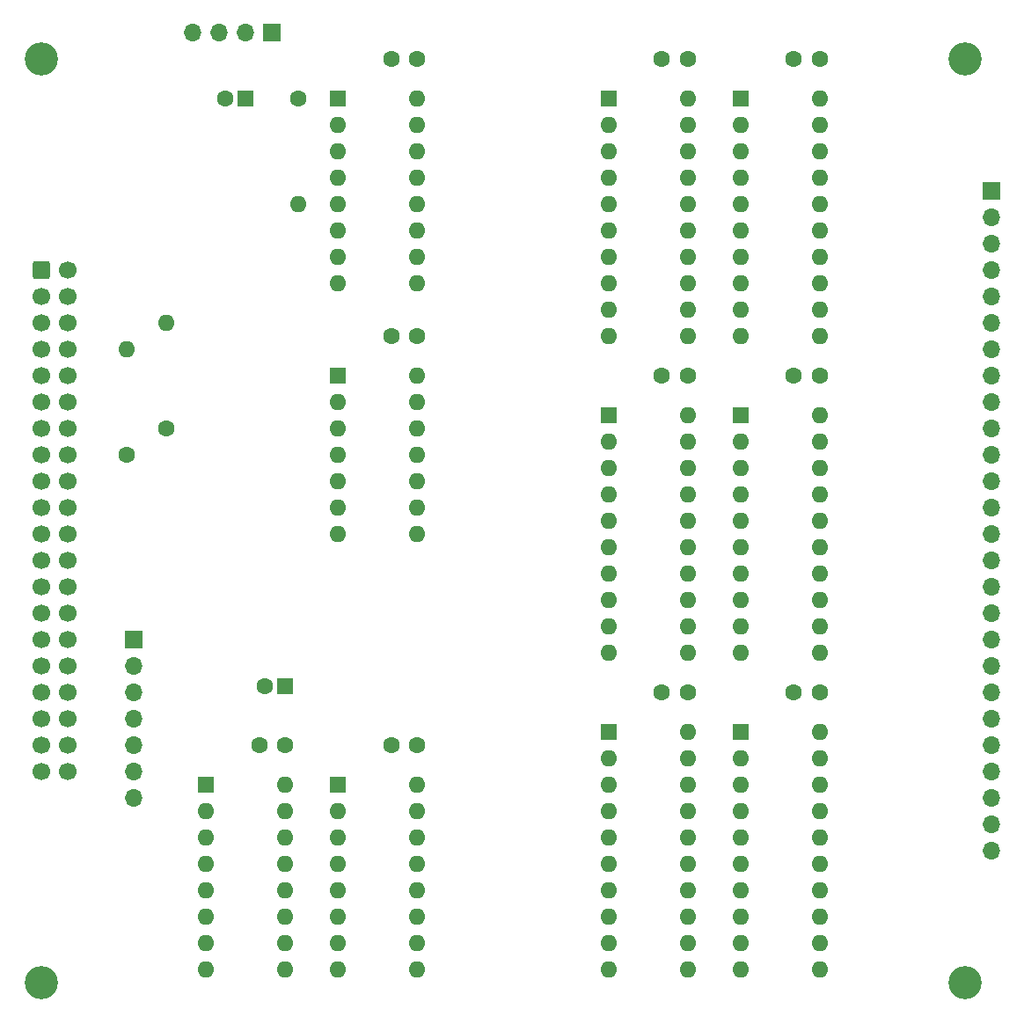
<source format=gts>
G04 #@! TF.GenerationSoftware,KiCad,Pcbnew,(7.0.0)*
G04 #@! TF.CreationDate,2023-07-06T21:55:15+02:00*
G04 #@! TF.ProjectId,cdp-io,6364702d-696f-42e6-9b69-6361645f7063,1*
G04 #@! TF.SameCoordinates,Original*
G04 #@! TF.FileFunction,Soldermask,Top*
G04 #@! TF.FilePolarity,Negative*
%FSLAX46Y46*%
G04 Gerber Fmt 4.6, Leading zero omitted, Abs format (unit mm)*
G04 Created by KiCad (PCBNEW (7.0.0)) date 2023-07-06 21:55:15*
%MOMM*%
%LPD*%
G01*
G04 APERTURE LIST*
G04 Aperture macros list*
%AMRoundRect*
0 Rectangle with rounded corners*
0 $1 Rounding radius*
0 $2 $3 $4 $5 $6 $7 $8 $9 X,Y pos of 4 corners*
0 Add a 4 corners polygon primitive as box body*
4,1,4,$2,$3,$4,$5,$6,$7,$8,$9,$2,$3,0*
0 Add four circle primitives for the rounded corners*
1,1,$1+$1,$2,$3*
1,1,$1+$1,$4,$5*
1,1,$1+$1,$6,$7*
1,1,$1+$1,$8,$9*
0 Add four rect primitives between the rounded corners*
20,1,$1+$1,$2,$3,$4,$5,0*
20,1,$1+$1,$4,$5,$6,$7,0*
20,1,$1+$1,$6,$7,$8,$9,0*
20,1,$1+$1,$8,$9,$2,$3,0*%
G04 Aperture macros list end*
%ADD10C,1.600000*%
%ADD11C,3.200000*%
%ADD12R,1.600000X1.600000*%
%ADD13O,1.600000X1.600000*%
%ADD14R,1.700000X1.700000*%
%ADD15O,1.700000X1.700000*%
%ADD16RoundRect,0.250000X-0.600000X-0.600000X0.600000X-0.600000X0.600000X0.600000X-0.600000X0.600000X0*%
%ADD17C,1.700000*%
G04 APERTURE END LIST*
D10*
X141097000Y-47244000D03*
X138597000Y-47244000D03*
D11*
X104902000Y-136144000D03*
D12*
X172211999Y-51053999D03*
D13*
X172211999Y-53593999D03*
X172211999Y-56133999D03*
X172211999Y-58673999D03*
X172211999Y-61213999D03*
X172211999Y-63753999D03*
X172211999Y-66293999D03*
X172211999Y-68833999D03*
X172211999Y-71373999D03*
X172211999Y-73913999D03*
X179831999Y-73913999D03*
X179831999Y-71373999D03*
X179831999Y-68833999D03*
X179831999Y-66293999D03*
X179831999Y-63753999D03*
X179831999Y-61213999D03*
X179831999Y-58673999D03*
X179831999Y-56133999D03*
X179831999Y-53593999D03*
X179831999Y-51053999D03*
D14*
X113791999Y-103123999D03*
D15*
X113791999Y-105663999D03*
X113791999Y-108203999D03*
X113791999Y-110743999D03*
X113791999Y-113283999D03*
X113791999Y-115823999D03*
X113791999Y-118363999D03*
D12*
X159511999Y-51053999D03*
D13*
X159511999Y-53593999D03*
X159511999Y-56133999D03*
X159511999Y-58673999D03*
X159511999Y-61213999D03*
X159511999Y-63753999D03*
X159511999Y-66293999D03*
X159511999Y-68833999D03*
X159511999Y-71373999D03*
X159511999Y-73913999D03*
X167131999Y-73913999D03*
X167131999Y-71373999D03*
X167131999Y-68833999D03*
X167131999Y-66293999D03*
X167131999Y-63753999D03*
X167131999Y-61213999D03*
X167131999Y-58673999D03*
X167131999Y-56133999D03*
X167131999Y-53593999D03*
X167131999Y-51053999D03*
D10*
X141097000Y-113284000D03*
X138597000Y-113284000D03*
D12*
X128396999Y-107568999D03*
D10*
X126397000Y-107569000D03*
D11*
X193802000Y-47244000D03*
D12*
X172211999Y-81533999D03*
D13*
X172211999Y-84073999D03*
X172211999Y-86613999D03*
X172211999Y-89153999D03*
X172211999Y-91693999D03*
X172211999Y-94233999D03*
X172211999Y-96773999D03*
X172211999Y-99313999D03*
X172211999Y-101853999D03*
X172211999Y-104393999D03*
X179831999Y-104393999D03*
X179831999Y-101853999D03*
X179831999Y-99313999D03*
X179831999Y-96773999D03*
X179831999Y-94233999D03*
X179831999Y-91693999D03*
X179831999Y-89153999D03*
X179831999Y-86613999D03*
X179831999Y-84073999D03*
X179831999Y-81533999D03*
D10*
X128397000Y-113284000D03*
X125897000Y-113284000D03*
D11*
X104902000Y-47244000D03*
D10*
X141097000Y-73914000D03*
X138597000Y-73914000D03*
X167132000Y-108204000D03*
X164632000Y-108204000D03*
D12*
X133476999Y-117093999D03*
D13*
X133476999Y-119633999D03*
X133476999Y-122173999D03*
X133476999Y-124713999D03*
X133476999Y-127253999D03*
X133476999Y-129793999D03*
X133476999Y-132333999D03*
X133476999Y-134873999D03*
X141096999Y-134873999D03*
X141096999Y-132333999D03*
X141096999Y-129793999D03*
X141096999Y-127253999D03*
X141096999Y-124713999D03*
X141096999Y-122173999D03*
X141096999Y-119633999D03*
X141096999Y-117093999D03*
D12*
X133476999Y-77723999D03*
D13*
X133476999Y-80263999D03*
X133476999Y-82803999D03*
X133476999Y-85343999D03*
X133476999Y-87883999D03*
X133476999Y-90423999D03*
X133476999Y-92963999D03*
X141096999Y-92963999D03*
X141096999Y-90423999D03*
X141096999Y-87883999D03*
X141096999Y-85343999D03*
X141096999Y-82803999D03*
X141096999Y-80263999D03*
X141096999Y-77723999D03*
D12*
X133476999Y-51053999D03*
D13*
X133476999Y-53593999D03*
X133476999Y-56133999D03*
X133476999Y-58673999D03*
X133476999Y-61213999D03*
X133476999Y-63753999D03*
X133476999Y-66293999D03*
X133476999Y-68833999D03*
X141096999Y-68833999D03*
X141096999Y-66293999D03*
X141096999Y-63753999D03*
X141096999Y-61213999D03*
X141096999Y-58673999D03*
X141096999Y-56133999D03*
X141096999Y-53593999D03*
X141096999Y-51053999D03*
D10*
X129667000Y-51054000D03*
D13*
X129666999Y-61213999D03*
D12*
X159511999Y-81533999D03*
D13*
X159511999Y-84073999D03*
X159511999Y-86613999D03*
X159511999Y-89153999D03*
X159511999Y-91693999D03*
X159511999Y-94233999D03*
X159511999Y-96773999D03*
X159511999Y-99313999D03*
X159511999Y-101853999D03*
X159511999Y-104393999D03*
X167131999Y-104393999D03*
X167131999Y-101853999D03*
X167131999Y-99313999D03*
X167131999Y-96773999D03*
X167131999Y-94233999D03*
X167131999Y-91693999D03*
X167131999Y-89153999D03*
X167131999Y-86613999D03*
X167131999Y-84073999D03*
X167131999Y-81533999D03*
D10*
X167132000Y-77724000D03*
X164632000Y-77724000D03*
D12*
X159511999Y-112013999D03*
D13*
X159511999Y-114553999D03*
X159511999Y-117093999D03*
X159511999Y-119633999D03*
X159511999Y-122173999D03*
X159511999Y-124713999D03*
X159511999Y-127253999D03*
X159511999Y-129793999D03*
X159511999Y-132333999D03*
X159511999Y-134873999D03*
X167131999Y-134873999D03*
X167131999Y-132333999D03*
X167131999Y-129793999D03*
X167131999Y-127253999D03*
X167131999Y-124713999D03*
X167131999Y-122173999D03*
X167131999Y-119633999D03*
X167131999Y-117093999D03*
X167131999Y-114553999D03*
X167131999Y-112013999D03*
D12*
X120776999Y-117093999D03*
D13*
X120776999Y-119633999D03*
X120776999Y-122173999D03*
X120776999Y-124713999D03*
X120776999Y-127253999D03*
X120776999Y-129793999D03*
X120776999Y-132333999D03*
X120776999Y-134873999D03*
X128396999Y-134873999D03*
X128396999Y-132333999D03*
X128396999Y-129793999D03*
X128396999Y-127253999D03*
X128396999Y-124713999D03*
X128396999Y-122173999D03*
X128396999Y-119633999D03*
X128396999Y-117093999D03*
D14*
X196341999Y-59943999D03*
D15*
X196341999Y-62483999D03*
X196341999Y-65023999D03*
X196341999Y-67563999D03*
X196341999Y-70103999D03*
X196341999Y-72643999D03*
X196341999Y-75183999D03*
X196341999Y-77723999D03*
X196341999Y-80263999D03*
X196341999Y-82803999D03*
X196341999Y-85343999D03*
X196341999Y-87883999D03*
X196341999Y-90423999D03*
X196341999Y-92963999D03*
X196341999Y-95503999D03*
X196341999Y-98043999D03*
X196341999Y-100583999D03*
X196341999Y-103123999D03*
X196341999Y-105663999D03*
X196341999Y-108203999D03*
X196341999Y-110743999D03*
X196341999Y-113283999D03*
X196341999Y-115823999D03*
X196341999Y-118363999D03*
X196341999Y-120903999D03*
X196341999Y-123443999D03*
D12*
X172211999Y-112013999D03*
D13*
X172211999Y-114553999D03*
X172211999Y-117093999D03*
X172211999Y-119633999D03*
X172211999Y-122173999D03*
X172211999Y-124713999D03*
X172211999Y-127253999D03*
X172211999Y-129793999D03*
X172211999Y-132333999D03*
X172211999Y-134873999D03*
X179831999Y-134873999D03*
X179831999Y-132333999D03*
X179831999Y-129793999D03*
X179831999Y-127253999D03*
X179831999Y-124713999D03*
X179831999Y-122173999D03*
X179831999Y-119633999D03*
X179831999Y-117093999D03*
X179831999Y-114553999D03*
X179831999Y-112013999D03*
D10*
X113157000Y-85344000D03*
D13*
X113156999Y-75183999D03*
D10*
X116967000Y-82804000D03*
D13*
X116966999Y-72643999D03*
D10*
X179832000Y-47244000D03*
X177332000Y-47244000D03*
D12*
X124586999Y-51053999D03*
D10*
X122587000Y-51054000D03*
X179832000Y-108204000D03*
X177332000Y-108204000D03*
X179832000Y-77724000D03*
X177332000Y-77724000D03*
D16*
X104902000Y-67564000D03*
D17*
X107442000Y-67564000D03*
X104902000Y-70104000D03*
X107442000Y-70104000D03*
X104902000Y-72644000D03*
X107442000Y-72644000D03*
X104902000Y-75184000D03*
X107442000Y-75184000D03*
X104902000Y-77724000D03*
X107442000Y-77724000D03*
X104902000Y-80264000D03*
X107442000Y-80264000D03*
X104902000Y-82804000D03*
X107442000Y-82804000D03*
X104902000Y-85344000D03*
X107442000Y-85344000D03*
X104902000Y-87884000D03*
X107442000Y-87884000D03*
X104902000Y-90424000D03*
X107442000Y-90424000D03*
X104902000Y-92964000D03*
X107442000Y-92964000D03*
X104902000Y-95504000D03*
X107442000Y-95504000D03*
X104902000Y-98044000D03*
X107442000Y-98044000D03*
X104902000Y-100584000D03*
X107442000Y-100584000D03*
X104902000Y-103124000D03*
X107442000Y-103124000D03*
X104902000Y-105664000D03*
X107442000Y-105664000D03*
X104902000Y-108204000D03*
X107442000Y-108204000D03*
X104902000Y-110744000D03*
X107442000Y-110744000D03*
X104902000Y-113284000D03*
X107442000Y-113284000D03*
X104902000Y-115824000D03*
X107442000Y-115824000D03*
D11*
X193802000Y-136144000D03*
D14*
X127126999Y-44703999D03*
D15*
X124586999Y-44703999D03*
X122046999Y-44703999D03*
X119506999Y-44703999D03*
D10*
X167132000Y-47244000D03*
X164632000Y-47244000D03*
M02*

</source>
